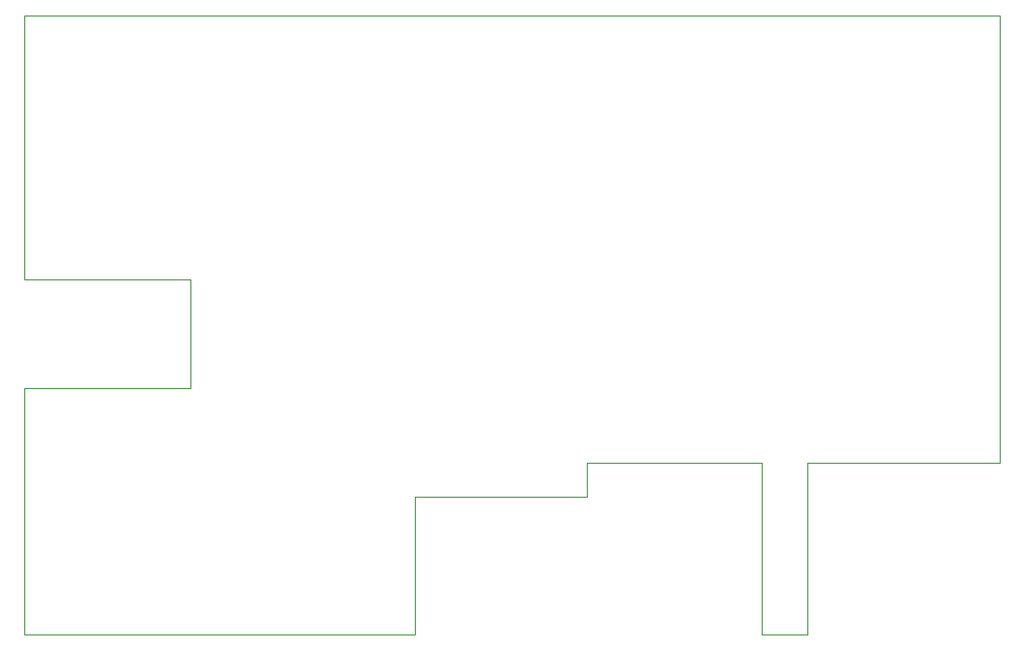
<source format=gm1>
G04 Layer_Color=16711935*
%FSLAX43Y43*%
%MOMM*%
G71*
G01*
G75*
%ADD119C,0.010*%
D119*
X0Y40000D02*
Y50000D01*
Y4000D02*
Y21500D01*
Y31013D02*
Y40000D01*
Y49500D02*
Y54000D01*
Y14000D02*
Y21500D01*
Y0D02*
Y4500D01*
Y54000D02*
X85000D01*
Y15000D02*
Y54000D01*
X68250Y15000D02*
X85000D01*
X68250Y0D02*
Y15000D01*
X64250Y0D02*
X68250D01*
X64250D02*
Y15000D01*
X49000D02*
X64250D01*
X49000Y12000D02*
Y15000D01*
X34000Y12000D02*
X49000D01*
X34000Y0D02*
Y12000D01*
X15000Y0D02*
X34000D01*
X0D02*
X15000D01*
X0Y21500D02*
X14500D01*
Y31013D01*
X0D02*
X14500D01*
M02*

</source>
